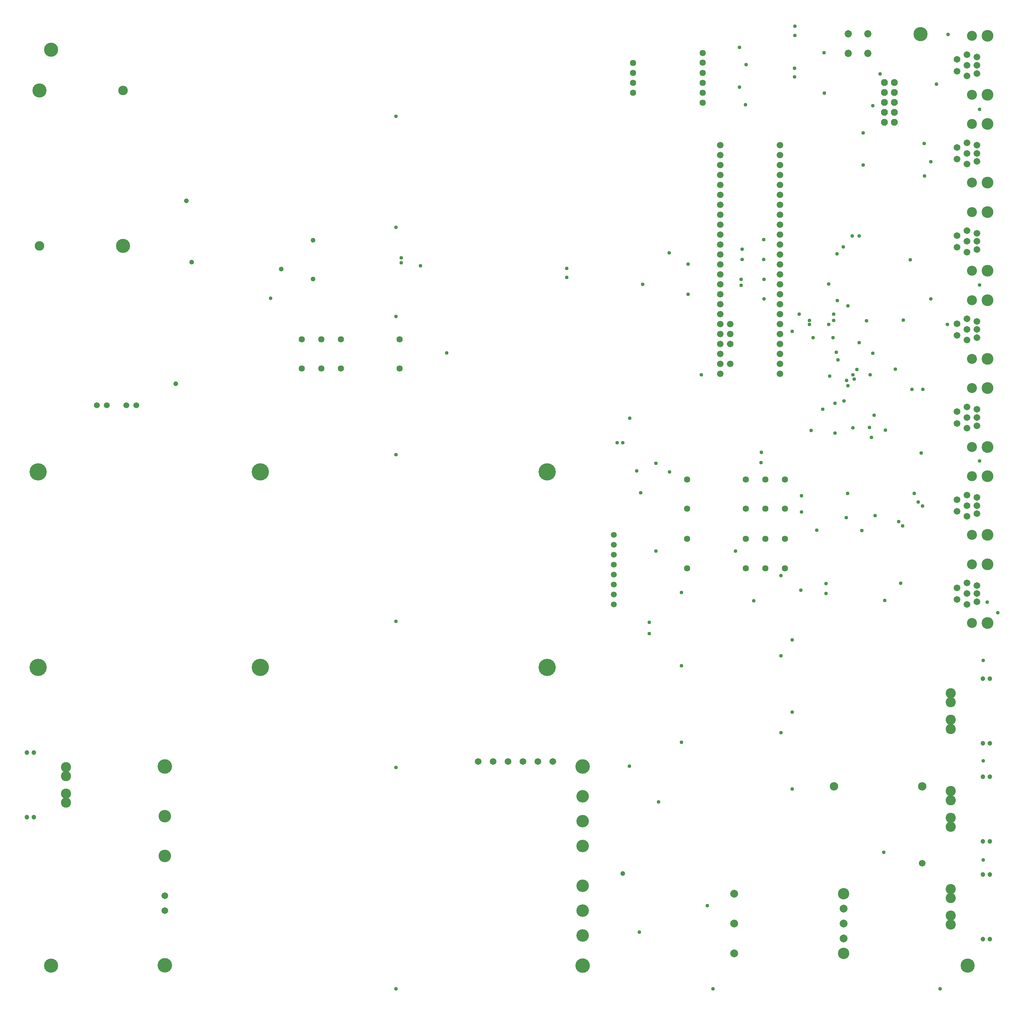
<source format=gbr>
G04 EAGLE Gerber RS-274X export*
G75*
%MOMM*%
%FSLAX34Y34*%
%LPD*%
%INSoldermask Bottom*%
%IPPOS*%
%AMOC8*
5,1,8,0,0,1.08239X$1,22.5*%
G01*
%ADD10C,3.603200*%
%ADD11C,1.203200*%
%ADD12C,2.603200*%
%ADD13C,2.553200*%
%ADD14C,3.003200*%
%ADD15C,1.711200*%
%ADD16C,4.403200*%
%ADD17C,1.511200*%
%ADD18C,2.453200*%
%ADD19C,1.853200*%
%ADD20P,1.869504X8X292.500000*%
%ADD21C,3.703200*%
%ADD22C,3.203200*%
%ADD23C,1.611200*%
%ADD24C,2.003200*%
%ADD25C,2.903200*%
%ADD26C,2.153200*%
%ADD27C,1.676400*%
%ADD28C,1.209600*%
%ADD29C,0.959600*%
%ADD30C,1.703200*%


D10*
X2320000Y2480000D03*
X2440000Y100000D03*
X100000Y100000D03*
X100000Y2440000D03*
D11*
X37600Y644000D03*
X55600Y644000D03*
X37600Y479000D03*
X55600Y479000D03*
D12*
X137600Y516000D03*
X137600Y539000D03*
X137600Y584000D03*
X137600Y607000D03*
D11*
X2497000Y667500D03*
X2479000Y667500D03*
X2497000Y832500D03*
X2479000Y832500D03*
D12*
X2397000Y795500D03*
X2397000Y772500D03*
X2397000Y727500D03*
X2397000Y704500D03*
D13*
X2450700Y975000D03*
X2450700Y1125000D03*
D14*
X2490700Y975000D03*
X2490700Y1125000D03*
D15*
X2438000Y1050000D03*
X2438000Y1022750D03*
X2438000Y1077250D03*
X2463400Y1029250D03*
X2463400Y1050000D03*
X2463400Y1070750D03*
X2412600Y1035000D03*
X2412600Y1065000D03*
D11*
X2497000Y167500D03*
X2479000Y167500D03*
X2497000Y332500D03*
X2479000Y332500D03*
D12*
X2397000Y295500D03*
X2397000Y272500D03*
X2397000Y227500D03*
X2397000Y204500D03*
D13*
X2450700Y2325000D03*
X2450700Y2475000D03*
D14*
X2490700Y2325000D03*
X2490700Y2475000D03*
D15*
X2438000Y2400000D03*
X2438000Y2372750D03*
X2438000Y2427250D03*
X2463400Y2379250D03*
X2463400Y2400000D03*
X2463400Y2420750D03*
X2412600Y2385000D03*
X2412600Y2415000D03*
D11*
X2497000Y417500D03*
X2479000Y417500D03*
X2497000Y582500D03*
X2479000Y582500D03*
D12*
X2397000Y545500D03*
X2397000Y522500D03*
X2397000Y477500D03*
X2397000Y454500D03*
D13*
X2450700Y2100000D03*
X2450700Y2250000D03*
D14*
X2490700Y2100000D03*
X2490700Y2250000D03*
D15*
X2438000Y2175000D03*
X2438000Y2147750D03*
X2438000Y2202250D03*
X2463400Y2154250D03*
X2463400Y2175000D03*
X2463400Y2195750D03*
X2412600Y2160000D03*
X2412600Y2190000D03*
D13*
X2450700Y1200000D03*
X2450700Y1350000D03*
D14*
X2490700Y1200000D03*
X2490700Y1350000D03*
D15*
X2438000Y1275000D03*
X2438000Y1247750D03*
X2438000Y1302250D03*
X2463400Y1254250D03*
X2463400Y1275000D03*
X2463400Y1295750D03*
X2412600Y1260000D03*
X2412600Y1290000D03*
D13*
X2450700Y1425000D03*
X2450700Y1575000D03*
D14*
X2490700Y1425000D03*
X2490700Y1575000D03*
D15*
X2438000Y1500000D03*
X2438000Y1472750D03*
X2438000Y1527250D03*
X2463400Y1479250D03*
X2463400Y1500000D03*
X2463400Y1520750D03*
X2412600Y1485000D03*
X2412600Y1515000D03*
D13*
X2450700Y1875000D03*
X2450700Y2025000D03*
D14*
X2490700Y1875000D03*
X2490700Y2025000D03*
D15*
X2438000Y1950000D03*
X2438000Y1922750D03*
X2438000Y1977250D03*
X2463400Y1929250D03*
X2463400Y1950000D03*
X2463400Y1970750D03*
X2412600Y1935000D03*
X2412600Y1965000D03*
D13*
X2450700Y1650000D03*
X2450700Y1800000D03*
D14*
X2490700Y1650000D03*
X2490700Y1800000D03*
D15*
X2438000Y1725000D03*
X2438000Y1697750D03*
X2438000Y1752250D03*
X2463400Y1704250D03*
X2463400Y1725000D03*
X2463400Y1745750D03*
X2412600Y1710000D03*
X2412600Y1740000D03*
D16*
X1366500Y861200D03*
X1366500Y1361200D03*
X66500Y861200D03*
X66500Y1361200D03*
X634000Y861200D03*
X634000Y1361200D03*
D17*
X1536500Y1022300D03*
X1536500Y1047700D03*
X1536500Y1073100D03*
X1536500Y1098500D03*
X1536500Y1123900D03*
X1536500Y1149300D03*
X1536500Y1174700D03*
X1536500Y1200100D03*
X317300Y1531200D03*
X291900Y1531200D03*
X241900Y1531200D03*
X216500Y1531200D03*
D10*
X69700Y2335900D03*
X283700Y1938900D03*
D18*
X69700Y1938900D03*
X283700Y2335900D03*
D19*
X2184900Y2430200D03*
X2134900Y2430200D03*
X2184900Y2480200D03*
X2134900Y2480200D03*
D20*
X2227400Y2355700D03*
X2227400Y2330300D03*
X2227400Y2304900D03*
X2227400Y2279500D03*
X2227400Y2254100D03*
X2252800Y2355700D03*
X2252800Y2330300D03*
X2252800Y2304900D03*
X2252800Y2279500D03*
X2252800Y2254100D03*
D21*
X389800Y100400D03*
X389800Y608400D03*
X1456800Y608400D03*
X1456800Y99900D03*
D22*
X389800Y481400D03*
X389800Y379800D03*
D15*
X389800Y278200D03*
X389800Y240100D03*
D22*
X1456800Y176900D03*
X1456800Y240100D03*
X1456800Y303600D03*
X1456800Y405200D03*
X1456800Y468700D03*
X1456800Y532200D03*
D15*
X1380400Y621100D03*
X1342300Y621100D03*
X1304200Y621100D03*
X1266100Y621100D03*
X1228000Y621100D03*
X1189900Y621100D03*
D23*
X989600Y1625000D03*
X839600Y1625000D03*
X789600Y1625000D03*
X739600Y1625000D03*
X739600Y1700000D03*
X789600Y1700000D03*
X839600Y1700000D03*
X989600Y1700000D03*
D24*
X1843900Y283300D03*
X1843900Y207300D03*
X1843900Y131300D03*
D25*
X2122900Y131300D03*
D24*
X2122900Y169300D03*
X2122900Y207300D03*
X2122900Y245300D03*
D25*
X2122900Y283300D03*
D23*
X1723500Y1342000D03*
X1873500Y1342000D03*
X1923500Y1342000D03*
X1973500Y1342000D03*
X1973500Y1267000D03*
X1923500Y1267000D03*
X1873500Y1267000D03*
X1723500Y1267000D03*
D26*
X2323500Y557300D03*
X2098500Y557300D03*
D27*
X1961100Y1662700D03*
X1961100Y1688100D03*
X1961100Y1713500D03*
X1961100Y1738900D03*
X1961100Y1764300D03*
X1961100Y1789700D03*
X1961100Y1815100D03*
X1961100Y1840500D03*
X1961100Y1865900D03*
X1961100Y1891300D03*
X1961100Y1916700D03*
X1961100Y1942100D03*
X1808700Y1942100D03*
X1808700Y1916700D03*
X1808700Y1891300D03*
X1808700Y1865900D03*
X1808700Y1840500D03*
X1808700Y1815100D03*
X1808700Y1789700D03*
X1808700Y1764300D03*
X1808700Y1738900D03*
X1808700Y1713500D03*
X1808700Y1688100D03*
X1961100Y1637300D03*
X1808700Y1662700D03*
X1808700Y1637300D03*
X1961100Y1611900D03*
X1808700Y1611900D03*
X1961100Y1967500D03*
X1808700Y1967500D03*
X1961100Y1992900D03*
X1961100Y2018300D03*
X1961100Y2043700D03*
X1961100Y2069100D03*
X1961100Y2094500D03*
X1961100Y2119900D03*
X1961100Y2145300D03*
X1961100Y2170700D03*
X1961100Y2196100D03*
X1808700Y2196100D03*
X1808700Y2170700D03*
X1808700Y2145300D03*
X1808700Y2119900D03*
X1808700Y2094500D03*
X1808700Y2069100D03*
X1808700Y2043700D03*
X1808700Y2018300D03*
X1808700Y1992900D03*
X1834100Y1637300D03*
X1834100Y1688100D03*
X1834100Y1713500D03*
X1834100Y1738900D03*
D23*
X1763100Y2304200D03*
X1763100Y2329600D03*
X1763100Y2355000D03*
X1763100Y2380400D03*
X1763100Y2406600D03*
X1763100Y2431200D03*
X1585300Y2380400D03*
X1585300Y2405800D03*
X1585300Y2355000D03*
X1585300Y2329600D03*
X1723500Y1190000D03*
X1873500Y1190000D03*
X1923500Y1190000D03*
X1973500Y1190000D03*
X1973500Y1115000D03*
X1923500Y1115000D03*
X1873500Y1115000D03*
X1723500Y1115000D03*
D28*
X459000Y1897000D03*
X445000Y2054000D03*
X687000Y1879580D03*
D29*
X2490000Y1028000D03*
X2517000Y1001000D03*
D30*
X2324000Y361000D03*
D29*
X2170000Y1211000D03*
X2194000Y1449000D03*
X2124000Y1542000D03*
X2298000Y1572000D03*
X2055000Y1212000D03*
X1963000Y1096000D03*
X1992000Y932000D03*
X1963000Y891000D03*
X1992000Y747000D03*
X1963000Y695000D03*
X1992000Y551000D03*
X2255000Y1624000D03*
X1709000Y670000D03*
X1709000Y1053000D03*
X1709000Y866000D03*
X2198000Y1664000D03*
X2073000Y2432000D03*
X1857000Y2446000D03*
X1999000Y2476000D03*
X2074000Y2329000D03*
X1857000Y2344000D03*
X1998000Y2370000D03*
X2329000Y2200000D03*
X2330000Y2117000D03*
X2040000Y1467000D03*
X1912000Y1385000D03*
X2276000Y1749000D03*
X2346000Y1803000D03*
X1775000Y253000D03*
X1726000Y1892000D03*
X1992000Y1720000D03*
X1678000Y1921000D03*
X1043000Y1888000D03*
D28*
X1559000Y335000D03*
D29*
X1726000Y1815000D03*
X980000Y2270000D03*
X980000Y1986000D03*
X980000Y1758000D03*
X980000Y1405000D03*
X980000Y979000D03*
X980000Y606000D03*
X980000Y40000D03*
X1790000Y40000D03*
X2370000Y40000D03*
X2480000Y370000D03*
X2480000Y623000D03*
X2480000Y879000D03*
X2470000Y1389000D03*
X2470000Y1839000D03*
X2470000Y2287000D03*
X2390000Y2479000D03*
X2101000Y1536000D03*
X2101000Y1460000D03*
X2130000Y1244000D03*
X1894000Y1032000D03*
X1627000Y948000D03*
X1627000Y977000D03*
X1913000Y1411000D03*
X2314000Y1284000D03*
X2264000Y1234000D03*
X2078000Y1076000D03*
X2016000Y1300000D03*
X2016000Y1259000D03*
X2269000Y1077000D03*
X1847000Y1159000D03*
X1644000Y1159000D03*
X1110000Y1665000D03*
X2274000Y1223000D03*
X2325000Y1274000D03*
X2204000Y1249000D03*
X2147000Y1474000D03*
X2134000Y1581000D03*
X2096000Y1704000D03*
X1679000Y1361000D03*
X994000Y1908000D03*
X1416000Y1881000D03*
X994000Y1895250D03*
X1416000Y1858000D03*
X2201000Y1506000D03*
X1644000Y1383000D03*
X1605000Y1308000D03*
X1577000Y1498000D03*
X1595000Y1364000D03*
X2173000Y2227000D03*
X2173000Y2145000D03*
X1874000Y2402000D03*
X1998000Y2392000D03*
X1999000Y2500000D03*
X1873000Y2299000D03*
X1919000Y1955000D03*
X1760000Y1609000D03*
X1610000Y1840300D03*
X1602000Y185000D03*
X1559000Y1436000D03*
X2226000Y389000D03*
X1651000Y518000D03*
X1576000Y609000D03*
X1545000Y1436000D03*
X2131000Y1595000D03*
X2045000Y1704000D03*
X2230000Y1468000D03*
X2189000Y1475000D03*
X2150000Y1598000D03*
X2145000Y1964000D03*
X2088000Y1606000D03*
X2163000Y1691000D03*
X2163000Y1964000D03*
X2070000Y1521000D03*
X2036000Y1738000D03*
X2085000Y1738000D03*
X2122000Y1936000D03*
X2085000Y1841000D03*
X2010000Y1764000D03*
X2098000Y1764000D03*
X2293000Y1903000D03*
X2106000Y1918000D03*
X1919000Y1904000D03*
X1864000Y1904000D03*
X2036000Y1748000D03*
X2098000Y1748000D03*
X2078000Y1050000D03*
X2014000Y1059000D03*
X2157000Y1623000D03*
X2105000Y1667000D03*
X1864000Y1930000D03*
X2388000Y1738000D03*
X2107000Y1799000D03*
X1920000Y1853000D03*
X1862000Y1853000D03*
X2326000Y1572000D03*
X2191000Y1609000D03*
X2147000Y1609000D03*
X2109000Y1647000D03*
X2321000Y1409000D03*
X2216000Y2378000D03*
X2198000Y2297000D03*
X2360000Y2352000D03*
X2346000Y2154000D03*
X2133000Y1306000D03*
X2304000Y1306000D03*
X2228000Y1033000D03*
X1862000Y1838000D03*
X2182000Y1747000D03*
X2134000Y1785000D03*
X1920000Y1803000D03*
D28*
X768400Y1854000D03*
X768400Y1953000D03*
D29*
X660000Y1805000D03*
D28*
X418000Y1586000D03*
M02*

</source>
